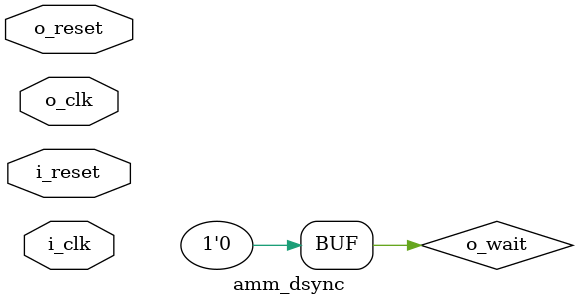
<source format=sv>

module amm_dsync #(
	parameter P_DELAYED_CMD = 0 // set to one to give address, writedata, byteenable 1 cycle ahead of read/write (enables multicycle path)
)(
	input			i_clk		,
	input			i_reset		,
	amm_if.slave	i			,
	
	input			o_clk		,
	input			o_reset		,
	amm_if.master	o			
);

	reg [31:0] o_address_meta		;
	reg [31:0] o_writedata_meta		;
	reg [ 3:0] o_byteenable_meta	;
	reg o_read_meta  = 1'b0;
	reg o_write_meta = 1'b0;
	
	reg [31:0] i_readdata_meta, o_readdata_rt;
	wire i_ce, o_ce, i_ocmd, o_icmd;
	reg o_ce1 = 0;
	
	reg i_cmd = 0, o_cmd = 0, i_wait = 0, o_wait = 0, i_waitr=0;
	
	assign o.address	= o_address_meta	;
	assign o.writedata	= o_writedata_meta	;
	assign o.byteenable	= o_byteenable_meta	;
	
	assign i.readdata = i_readdata_meta ;
	
	always @(posedge o_clk) begin
		if (o_ce) begin
			o_address_meta   <= i.address   ;
			o_writedata_meta <= i.writedata ;
			o_byteenable_meta<= i.byteenable;
		end
		if (o.read & ~o.waitrequest) begin
			o_readdata_rt <= o.readdata;
		end
	end

	always @(posedge i_clk)
		if (i_ce)
			i_readdata_meta <= o_readdata_rt;
	
	assign i_ce = (i_cmd == i_ocmd) & i_wait;
	assign i.waitrequest = i_wait? i.write? (i_cmd != i_ocmd) : 1'b1 : ~i_waitr ;
	
	always @(posedge i_clk)
		if (i_reset) begin
			i_cmd         <= 1'b0;
			i_wait        <= 1'b0;
			i_waitr       <= 1'b0;
		end else begin 
			i_waitr <= 1'b0;
			if (i_wait) begin
				if (i_cmd == i_ocmd) begin
					i_wait <= 1'b0;
					i_waitr<= i.read;
				end
			end else begin
				if (i.write | (i.read & ~i_waitr)) begin
					i_wait <= 1'b1;
					i_cmd  <= ~i_cmd;
				end
			end
		end
		
	nsync #(.N(2),.R(0)) i_out_nsync (.r(o_reset),.c(o_clk),.i(i_cmd),.o(o_icmd));
	nsync #(.N(2),.R(0)) i_in_nsync  (.r(i_reset),.c(i_clk),.i(o_cmd),.o(i_ocmd));
		
		
	assign o.read  = o_read_meta; 
	assign o.write = o_write_meta;
	assign o_ce = (o_icmd != o_cmd) & ~(o.read | o.write | o_ce1);
		
	always @(posedge o_clk)
		if (o_reset) begin
			o_cmd   <= 1'b0;
			o_ce1   <= 1'b0;
			o_read_meta <= 1'b0;
			o_write_meta<= 1'b0;
		end else begin
			o_ce1 <= o_ce;
			if (o_read_meta | o_write_meta) begin
				if (o.waitrequest == 1'b0) begin
					o_read_meta <= 1'b0;
					o_write_meta<= 1'b0;
					o_cmd  <= o_icmd;
				end
			end else begin
				if ((P_DELAYED_CMD? o_ce1 : o_ce)) begin
					o_read_meta <= i.read;
					o_write_meta<= i.write;
				end
			end
		end
		
		
endmodule

</source>
